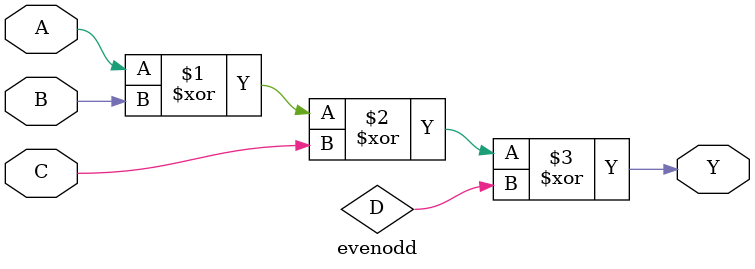
<source format=v>
module evenodd (output Y, input A, B, B, C);
  assign Y = A ^ B ^ C ^ D;
endmodule

</source>
